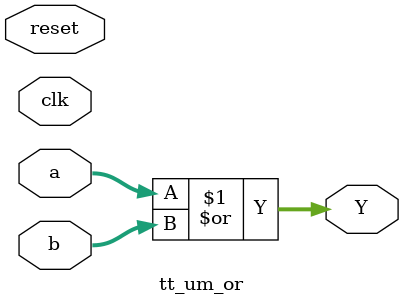
<source format=v>
module tt_um_or(
  input clk,
  input reset,
  input [7:0] a, b,
  output [7:0] Y
);

  assign Y = a | b;

  endmodule
    

</source>
